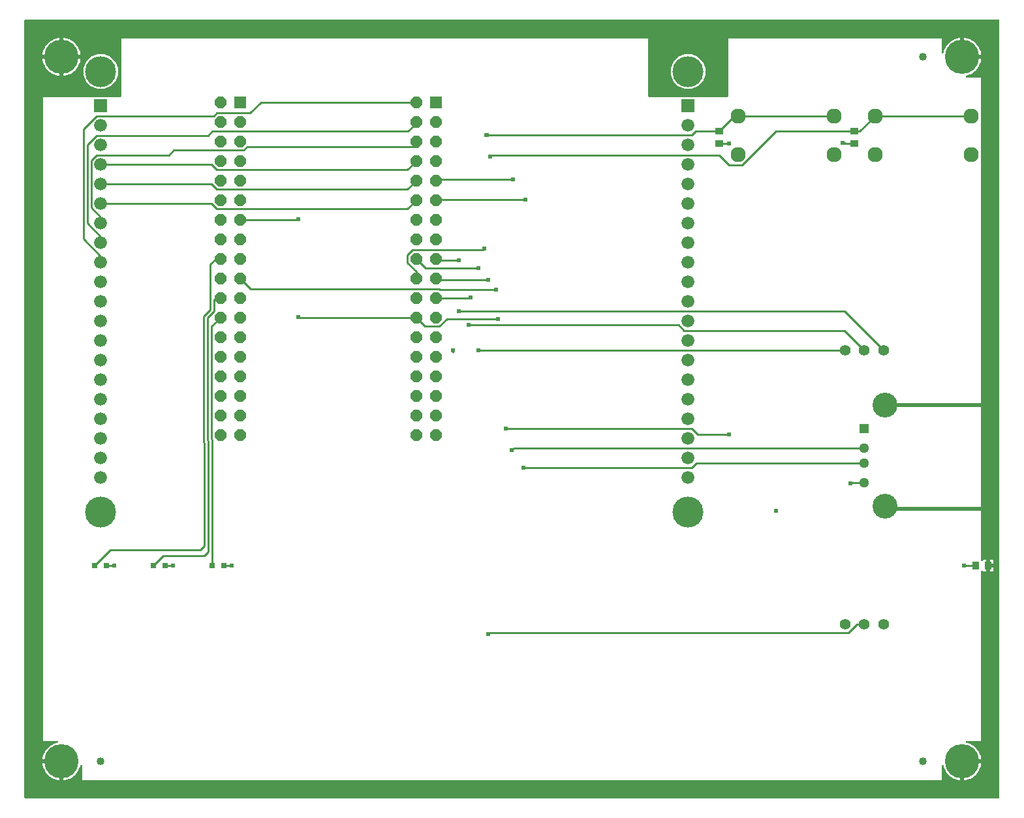
<source format=gbr>
G04 EAGLE Gerber RS-274X export*
G75*
%MOMM*%
%FSLAX34Y34*%
%LPD*%
%INTop Copper*%
%IPPOS*%
%AMOC8*
5,1,8,0,0,1.08239X$1,22.5*%
G01*
%ADD10R,0.800000X0.800000*%
%ADD11C,1.016000*%
%ADD12R,1.288000X1.288000*%
%ADD13C,1.288000*%
%ADD14C,3.220000*%
%ADD15R,1.676400X1.676400*%
%ADD16C,1.676400*%
%ADD17C,4.016000*%
%ADD18C,4.445000*%
%ADD19C,1.400000*%
%ADD20R,1.031241X0.949959*%
%ADD21R,0.949959X1.031241*%
%ADD22C,1.960000*%
%ADD23R,1.524000X1.524000*%
%ADD24P,1.649562X8X292.500000*%
%ADD25C,0.254000*%
%ADD26C,0.609600*%
%ADD27C,0.508000*%

G36*
X1267444Y1012308D02*
X1267444Y1012308D01*
X1267437Y1012427D01*
X1267424Y1012465D01*
X1267419Y1012506D01*
X1267376Y1012616D01*
X1267339Y1012729D01*
X1267317Y1012764D01*
X1267302Y1012801D01*
X1267233Y1012897D01*
X1267169Y1012998D01*
X1267139Y1013026D01*
X1267116Y1013059D01*
X1267024Y1013135D01*
X1266937Y1013216D01*
X1266902Y1013236D01*
X1266871Y1013261D01*
X1266763Y1013312D01*
X1266659Y1013370D01*
X1266619Y1013380D01*
X1266583Y1013397D01*
X1266466Y1013419D01*
X1266351Y1013449D01*
X1266291Y1013453D01*
X1266271Y1013457D01*
X1266250Y1013455D01*
X1266190Y1013459D01*
X3810Y1013459D01*
X3692Y1013444D01*
X3573Y1013437D01*
X3535Y1013424D01*
X3494Y1013419D01*
X3384Y1013376D01*
X3271Y1013339D01*
X3236Y1013317D01*
X3199Y1013302D01*
X3103Y1013233D01*
X3002Y1013169D01*
X2974Y1013139D01*
X2941Y1013116D01*
X2865Y1013024D01*
X2784Y1012937D01*
X2764Y1012902D01*
X2739Y1012871D01*
X2688Y1012763D01*
X2630Y1012659D01*
X2620Y1012619D01*
X2603Y1012583D01*
X2581Y1012466D01*
X2551Y1012351D01*
X2547Y1012291D01*
X2543Y1012271D01*
X2545Y1012250D01*
X2541Y1012190D01*
X2541Y3810D01*
X2556Y3692D01*
X2563Y3573D01*
X2576Y3535D01*
X2581Y3494D01*
X2624Y3384D01*
X2661Y3271D01*
X2683Y3236D01*
X2698Y3199D01*
X2767Y3103D01*
X2831Y3002D01*
X2861Y2974D01*
X2884Y2941D01*
X2976Y2865D01*
X3063Y2784D01*
X3098Y2764D01*
X3129Y2739D01*
X3237Y2688D01*
X3341Y2630D01*
X3381Y2620D01*
X3417Y2603D01*
X3534Y2581D01*
X3649Y2551D01*
X3709Y2547D01*
X3729Y2543D01*
X3750Y2545D01*
X3810Y2541D01*
X1266190Y2541D01*
X1266308Y2556D01*
X1266427Y2563D01*
X1266465Y2576D01*
X1266506Y2581D01*
X1266616Y2624D01*
X1266729Y2661D01*
X1266764Y2683D01*
X1266801Y2698D01*
X1266897Y2767D01*
X1266998Y2831D01*
X1267026Y2861D01*
X1267059Y2884D01*
X1267135Y2976D01*
X1267216Y3063D01*
X1267236Y3098D01*
X1267261Y3129D01*
X1267312Y3237D01*
X1267370Y3341D01*
X1267380Y3381D01*
X1267397Y3417D01*
X1267419Y3534D01*
X1267449Y3649D01*
X1267453Y3709D01*
X1267457Y3729D01*
X1267455Y3750D01*
X1267459Y3810D01*
X1267459Y1012190D01*
X1267444Y1012308D01*
G37*
%LPC*%
G36*
X127000Y913131D02*
X127000Y913131D01*
X127118Y913146D01*
X127237Y913153D01*
X127275Y913166D01*
X127316Y913171D01*
X127426Y913214D01*
X127539Y913251D01*
X127574Y913273D01*
X127611Y913288D01*
X127707Y913358D01*
X127808Y913421D01*
X127836Y913451D01*
X127869Y913474D01*
X127945Y913566D01*
X128026Y913653D01*
X128046Y913688D01*
X128071Y913719D01*
X128122Y913827D01*
X128180Y913931D01*
X128190Y913971D01*
X128207Y914007D01*
X128229Y914124D01*
X128259Y914239D01*
X128263Y914300D01*
X128267Y914320D01*
X128265Y914340D01*
X128269Y914400D01*
X128269Y989331D01*
X811531Y989331D01*
X811531Y914400D01*
X811546Y914282D01*
X811553Y914163D01*
X811566Y914125D01*
X811571Y914084D01*
X811614Y913974D01*
X811651Y913861D01*
X811673Y913826D01*
X811688Y913789D01*
X811758Y913693D01*
X811821Y913592D01*
X811851Y913564D01*
X811874Y913531D01*
X811966Y913456D01*
X812053Y913374D01*
X812088Y913354D01*
X812119Y913329D01*
X812227Y913278D01*
X812331Y913220D01*
X812371Y913210D01*
X812407Y913193D01*
X812524Y913171D01*
X812639Y913141D01*
X812700Y913137D01*
X812720Y913133D01*
X812740Y913135D01*
X812800Y913131D01*
X914400Y913131D01*
X914518Y913146D01*
X914637Y913153D01*
X914675Y913166D01*
X914716Y913171D01*
X914826Y913214D01*
X914939Y913251D01*
X914974Y913273D01*
X915011Y913288D01*
X915107Y913358D01*
X915208Y913421D01*
X915236Y913451D01*
X915269Y913474D01*
X915345Y913566D01*
X915426Y913653D01*
X915446Y913688D01*
X915471Y913719D01*
X915522Y913827D01*
X915580Y913931D01*
X915590Y913971D01*
X915607Y914007D01*
X915629Y914124D01*
X915659Y914239D01*
X915663Y914300D01*
X915667Y914320D01*
X915665Y914340D01*
X915669Y914400D01*
X915669Y989331D01*
X1192531Y989331D01*
X1192531Y970915D01*
X1192533Y970898D01*
X1192531Y970881D01*
X1192553Y970741D01*
X1192571Y970600D01*
X1192577Y970584D01*
X1192580Y970567D01*
X1192635Y970436D01*
X1192688Y970304D01*
X1192698Y970290D01*
X1192704Y970275D01*
X1192791Y970162D01*
X1192874Y970047D01*
X1192888Y970036D01*
X1192898Y970022D01*
X1193010Y969935D01*
X1193119Y969844D01*
X1193135Y969837D01*
X1193148Y969826D01*
X1193279Y969769D01*
X1193407Y969709D01*
X1193424Y969705D01*
X1193440Y969698D01*
X1193580Y969675D01*
X1193720Y969649D01*
X1193737Y969650D01*
X1193754Y969647D01*
X1193895Y969660D01*
X1194037Y969668D01*
X1194053Y969674D01*
X1194070Y969675D01*
X1194204Y969723D01*
X1194339Y969767D01*
X1194354Y969776D01*
X1194370Y969781D01*
X1194488Y969861D01*
X1194608Y969937D01*
X1194620Y969949D01*
X1194634Y969959D01*
X1194728Y970065D01*
X1194826Y970168D01*
X1194834Y970183D01*
X1194846Y970196D01*
X1194911Y970322D01*
X1194980Y970447D01*
X1194984Y970463D01*
X1194992Y970479D01*
X1195037Y970633D01*
X1195365Y972067D01*
X1196283Y974692D01*
X1197490Y977199D01*
X1198970Y979554D01*
X1200705Y981729D01*
X1202671Y983695D01*
X1204846Y985430D01*
X1207201Y986910D01*
X1209708Y988117D01*
X1212333Y989035D01*
X1215045Y989654D01*
X1216661Y989836D01*
X1216661Y966470D01*
X1216676Y966352D01*
X1216683Y966233D01*
X1216696Y966195D01*
X1216701Y966155D01*
X1216744Y966044D01*
X1216781Y965931D01*
X1216803Y965897D01*
X1216818Y965859D01*
X1216888Y965763D01*
X1216951Y965662D01*
X1216981Y965634D01*
X1217004Y965602D01*
X1217096Y965526D01*
X1217183Y965444D01*
X1217218Y965425D01*
X1217249Y965399D01*
X1217357Y965348D01*
X1217461Y965291D01*
X1217501Y965280D01*
X1217537Y965263D01*
X1217654Y965241D01*
X1217769Y965211D01*
X1217830Y965207D01*
X1217850Y965203D01*
X1217870Y965205D01*
X1217930Y965201D01*
X1219201Y965201D01*
X1219201Y963930D01*
X1219216Y963812D01*
X1219223Y963693D01*
X1219236Y963655D01*
X1219241Y963614D01*
X1219285Y963504D01*
X1219321Y963391D01*
X1219343Y963356D01*
X1219358Y963319D01*
X1219428Y963223D01*
X1219491Y963122D01*
X1219521Y963094D01*
X1219545Y963061D01*
X1219636Y962986D01*
X1219723Y962904D01*
X1219758Y962884D01*
X1219790Y962859D01*
X1219897Y962808D01*
X1220002Y962750D01*
X1220041Y962740D01*
X1220077Y962723D01*
X1220194Y962701D01*
X1220309Y962671D01*
X1220370Y962667D01*
X1220390Y962663D01*
X1220410Y962665D01*
X1220470Y962661D01*
X1243836Y962661D01*
X1243654Y961045D01*
X1243035Y958333D01*
X1242117Y955708D01*
X1240910Y953201D01*
X1239430Y950846D01*
X1237695Y948671D01*
X1235729Y946705D01*
X1233554Y944970D01*
X1231199Y943490D01*
X1228692Y942283D01*
X1226067Y941365D01*
X1224633Y941037D01*
X1224617Y941032D01*
X1224600Y941029D01*
X1224468Y940977D01*
X1224334Y940928D01*
X1224320Y940919D01*
X1224304Y940912D01*
X1224189Y940829D01*
X1224072Y940749D01*
X1224061Y940736D01*
X1224047Y940726D01*
X1223956Y940616D01*
X1223863Y940509D01*
X1223855Y940494D01*
X1223844Y940481D01*
X1223784Y940352D01*
X1223719Y940225D01*
X1223716Y940208D01*
X1223709Y940193D01*
X1223682Y940053D01*
X1223651Y939914D01*
X1223652Y939897D01*
X1223649Y939881D01*
X1223658Y939738D01*
X1223663Y939597D01*
X1223667Y939580D01*
X1223668Y939563D01*
X1223712Y939428D01*
X1223752Y939292D01*
X1223761Y939277D01*
X1223767Y939261D01*
X1223842Y939141D01*
X1223915Y939018D01*
X1223928Y939006D01*
X1223937Y938992D01*
X1224040Y938894D01*
X1224141Y938794D01*
X1224156Y938786D01*
X1224168Y938774D01*
X1224293Y938705D01*
X1224415Y938633D01*
X1224432Y938629D01*
X1224447Y938620D01*
X1224584Y938585D01*
X1224721Y938546D01*
X1224738Y938545D01*
X1224755Y938541D01*
X1224915Y938531D01*
X1243331Y938531D01*
X1243331Y312093D01*
X1243343Y311995D01*
X1243346Y311896D01*
X1243363Y311838D01*
X1243371Y311778D01*
X1243407Y311686D01*
X1243434Y311591D01*
X1243465Y311538D01*
X1243488Y311482D01*
X1243546Y311402D01*
X1243596Y311317D01*
X1243663Y311241D01*
X1243674Y311225D01*
X1243684Y311217D01*
X1243702Y311196D01*
X1243757Y311142D01*
X1243856Y311064D01*
X1243951Y310982D01*
X1243981Y310967D01*
X1244008Y310947D01*
X1244123Y310897D01*
X1244236Y310840D01*
X1244269Y310833D01*
X1244300Y310820D01*
X1244424Y310800D01*
X1244547Y310774D01*
X1244581Y310775D01*
X1244614Y310770D01*
X1244739Y310782D01*
X1244865Y310787D01*
X1244897Y310797D01*
X1244930Y310800D01*
X1245049Y310843D01*
X1245169Y310879D01*
X1245198Y310896D01*
X1245230Y310907D01*
X1245334Y310978D01*
X1245442Y311043D01*
X1245465Y311067D01*
X1245493Y311086D01*
X1245576Y311180D01*
X1245664Y311270D01*
X1245691Y311311D01*
X1245703Y311324D01*
X1245713Y311344D01*
X1245753Y311404D01*
X1245818Y311516D01*
X1246291Y311989D01*
X1246870Y312324D01*
X1247517Y312497D01*
X1250227Y312497D01*
X1250227Y305905D01*
X1250242Y305787D01*
X1250249Y305668D01*
X1250262Y305630D01*
X1250267Y305590D01*
X1250311Y305479D01*
X1250347Y305366D01*
X1250369Y305331D01*
X1250384Y305294D01*
X1250454Y305198D01*
X1250517Y305097D01*
X1250547Y305069D01*
X1250571Y305037D01*
X1250662Y304961D01*
X1250749Y304879D01*
X1250784Y304860D01*
X1250816Y304834D01*
X1250880Y304804D01*
X1250789Y304737D01*
X1250688Y304674D01*
X1250660Y304644D01*
X1250628Y304620D01*
X1250552Y304529D01*
X1250470Y304442D01*
X1250451Y304407D01*
X1250425Y304375D01*
X1250374Y304268D01*
X1250317Y304164D01*
X1250306Y304124D01*
X1250289Y304088D01*
X1250267Y303971D01*
X1250237Y303856D01*
X1250233Y303795D01*
X1250229Y303775D01*
X1250231Y303755D01*
X1250227Y303695D01*
X1250227Y297103D01*
X1247517Y297103D01*
X1246870Y297276D01*
X1246291Y297611D01*
X1245818Y298084D01*
X1245753Y298196D01*
X1245678Y298296D01*
X1245607Y298400D01*
X1245581Y298422D01*
X1245561Y298449D01*
X1245463Y298527D01*
X1245368Y298611D01*
X1245338Y298626D01*
X1245312Y298647D01*
X1245197Y298698D01*
X1245085Y298755D01*
X1245052Y298762D01*
X1245022Y298776D01*
X1244897Y298797D01*
X1244775Y298825D01*
X1244741Y298824D01*
X1244708Y298829D01*
X1244582Y298819D01*
X1244457Y298815D01*
X1244424Y298806D01*
X1244391Y298803D01*
X1244272Y298762D01*
X1244151Y298726D01*
X1244122Y298709D01*
X1244091Y298698D01*
X1243985Y298629D01*
X1243877Y298565D01*
X1243841Y298533D01*
X1243826Y298523D01*
X1243811Y298507D01*
X1243757Y298458D01*
X1243702Y298404D01*
X1243642Y298326D01*
X1243574Y298254D01*
X1243545Y298201D01*
X1243507Y298153D01*
X1243468Y298062D01*
X1243420Y297976D01*
X1243405Y297917D01*
X1243381Y297861D01*
X1243366Y297763D01*
X1243341Y297668D01*
X1243335Y297567D01*
X1243331Y297547D01*
X1243333Y297535D01*
X1243331Y297507D01*
X1243331Y77469D01*
X1224915Y77469D01*
X1224898Y77467D01*
X1224881Y77469D01*
X1224741Y77447D01*
X1224600Y77429D01*
X1224584Y77423D01*
X1224567Y77421D01*
X1224436Y77365D01*
X1224304Y77312D01*
X1224290Y77302D01*
X1224275Y77296D01*
X1224162Y77209D01*
X1224047Y77126D01*
X1224036Y77112D01*
X1224022Y77102D01*
X1223935Y76990D01*
X1223844Y76881D01*
X1223837Y76865D01*
X1223826Y76852D01*
X1223769Y76721D01*
X1223709Y76593D01*
X1223705Y76576D01*
X1223698Y76560D01*
X1223675Y76419D01*
X1223649Y76281D01*
X1223650Y76263D01*
X1223647Y76247D01*
X1223660Y76104D01*
X1223669Y75963D01*
X1223674Y75947D01*
X1223675Y75930D01*
X1223723Y75795D01*
X1223767Y75661D01*
X1223776Y75646D01*
X1223781Y75630D01*
X1223861Y75512D01*
X1223937Y75392D01*
X1223949Y75380D01*
X1223959Y75366D01*
X1224064Y75272D01*
X1224168Y75174D01*
X1224183Y75166D01*
X1224196Y75154D01*
X1224322Y75089D01*
X1224447Y75020D01*
X1224463Y75016D01*
X1224479Y75008D01*
X1224633Y74963D01*
X1226067Y74635D01*
X1228692Y73717D01*
X1231199Y72510D01*
X1233554Y71030D01*
X1235729Y69295D01*
X1237695Y67329D01*
X1239430Y65154D01*
X1240910Y62799D01*
X1242117Y60292D01*
X1243035Y57667D01*
X1243654Y54955D01*
X1243836Y53339D01*
X1220470Y53339D01*
X1220352Y53324D01*
X1220233Y53317D01*
X1220195Y53304D01*
X1220155Y53299D01*
X1220044Y53256D01*
X1219931Y53219D01*
X1219897Y53197D01*
X1219859Y53182D01*
X1219763Y53112D01*
X1219662Y53049D01*
X1219634Y53019D01*
X1219602Y52995D01*
X1219526Y52904D01*
X1219444Y52817D01*
X1219425Y52782D01*
X1219399Y52751D01*
X1219348Y52643D01*
X1219291Y52539D01*
X1219280Y52499D01*
X1219263Y52463D01*
X1219241Y52346D01*
X1219211Y52231D01*
X1219207Y52170D01*
X1219203Y52150D01*
X1219205Y52130D01*
X1219205Y52128D01*
X1219203Y52122D01*
X1219204Y52116D01*
X1219201Y52070D01*
X1219201Y50799D01*
X1217930Y50799D01*
X1217812Y50784D01*
X1217693Y50777D01*
X1217655Y50764D01*
X1217614Y50759D01*
X1217504Y50715D01*
X1217391Y50679D01*
X1217356Y50657D01*
X1217319Y50642D01*
X1217223Y50572D01*
X1217122Y50509D01*
X1217094Y50479D01*
X1217061Y50455D01*
X1216986Y50364D01*
X1216904Y50277D01*
X1216884Y50242D01*
X1216859Y50210D01*
X1216808Y50103D01*
X1216750Y49998D01*
X1216740Y49959D01*
X1216723Y49923D01*
X1216701Y49806D01*
X1216671Y49691D01*
X1216667Y49630D01*
X1216663Y49610D01*
X1216665Y49590D01*
X1216663Y49583D01*
X1216664Y49577D01*
X1216661Y49530D01*
X1216661Y26164D01*
X1215045Y26346D01*
X1212333Y26965D01*
X1209708Y27883D01*
X1207201Y29090D01*
X1204846Y30570D01*
X1202671Y32305D01*
X1200705Y34271D01*
X1198970Y36446D01*
X1197490Y38801D01*
X1196283Y41308D01*
X1195365Y43933D01*
X1195037Y45367D01*
X1195032Y45383D01*
X1195029Y45400D01*
X1194977Y45532D01*
X1194928Y45666D01*
X1194919Y45680D01*
X1194912Y45696D01*
X1194829Y45811D01*
X1194749Y45928D01*
X1194736Y45939D01*
X1194726Y45953D01*
X1194616Y46044D01*
X1194509Y46137D01*
X1194494Y46145D01*
X1194481Y46156D01*
X1194352Y46216D01*
X1194225Y46281D01*
X1194208Y46284D01*
X1194193Y46291D01*
X1194053Y46318D01*
X1193914Y46349D01*
X1193897Y46348D01*
X1193881Y46351D01*
X1193738Y46342D01*
X1193597Y46337D01*
X1193580Y46333D01*
X1193563Y46332D01*
X1193428Y46288D01*
X1193292Y46248D01*
X1193277Y46239D01*
X1193261Y46233D01*
X1193141Y46158D01*
X1193018Y46085D01*
X1193006Y46072D01*
X1192992Y46063D01*
X1192894Y45960D01*
X1192794Y45859D01*
X1192786Y45844D01*
X1192774Y45832D01*
X1192705Y45707D01*
X1192633Y45585D01*
X1192629Y45568D01*
X1192620Y45553D01*
X1192585Y45416D01*
X1192546Y45279D01*
X1192545Y45262D01*
X1192541Y45245D01*
X1192531Y45085D01*
X1192531Y26669D01*
X77469Y26669D01*
X77469Y45085D01*
X77467Y45102D01*
X77469Y45119D01*
X77447Y45259D01*
X77429Y45400D01*
X77423Y45416D01*
X77421Y45433D01*
X77365Y45564D01*
X77312Y45696D01*
X77302Y45710D01*
X77296Y45725D01*
X77209Y45838D01*
X77126Y45953D01*
X77112Y45964D01*
X77102Y45978D01*
X76990Y46065D01*
X76881Y46156D01*
X76865Y46163D01*
X76852Y46174D01*
X76721Y46231D01*
X76593Y46291D01*
X76576Y46295D01*
X76560Y46302D01*
X76419Y46325D01*
X76281Y46351D01*
X76263Y46350D01*
X76247Y46353D01*
X76104Y46340D01*
X75963Y46331D01*
X75947Y46326D01*
X75930Y46325D01*
X75795Y46277D01*
X75661Y46233D01*
X75646Y46224D01*
X75630Y46219D01*
X75512Y46139D01*
X75392Y46063D01*
X75380Y46051D01*
X75366Y46041D01*
X75272Y45936D01*
X75174Y45832D01*
X75166Y45817D01*
X75154Y45804D01*
X75089Y45678D01*
X75020Y45553D01*
X75016Y45537D01*
X75008Y45521D01*
X74963Y45367D01*
X74635Y43933D01*
X73717Y41308D01*
X72510Y38801D01*
X71030Y36446D01*
X69295Y34271D01*
X67329Y32305D01*
X65154Y30570D01*
X62799Y29090D01*
X60292Y27883D01*
X57667Y26965D01*
X54955Y26346D01*
X53339Y26164D01*
X53339Y49530D01*
X53324Y49648D01*
X53317Y49767D01*
X53304Y49805D01*
X53299Y49845D01*
X53256Y49956D01*
X53219Y50069D01*
X53197Y50103D01*
X53182Y50141D01*
X53112Y50237D01*
X53049Y50338D01*
X53019Y50366D01*
X52995Y50398D01*
X52904Y50474D01*
X52817Y50556D01*
X52782Y50575D01*
X52751Y50601D01*
X52643Y50652D01*
X52539Y50709D01*
X52499Y50720D01*
X52463Y50737D01*
X52346Y50759D01*
X52231Y50789D01*
X52170Y50793D01*
X52150Y50797D01*
X52130Y50795D01*
X52070Y50799D01*
X50799Y50799D01*
X50799Y52070D01*
X50784Y52188D01*
X50777Y52307D01*
X50764Y52345D01*
X50759Y52385D01*
X50715Y52496D01*
X50679Y52609D01*
X50657Y52644D01*
X50642Y52681D01*
X50572Y52777D01*
X50509Y52878D01*
X50479Y52906D01*
X50455Y52939D01*
X50364Y53014D01*
X50277Y53096D01*
X50242Y53116D01*
X50210Y53141D01*
X50103Y53192D01*
X49998Y53250D01*
X49959Y53260D01*
X49923Y53277D01*
X49806Y53299D01*
X49691Y53329D01*
X49630Y53333D01*
X49610Y53337D01*
X49590Y53335D01*
X49530Y53339D01*
X26164Y53339D01*
X26346Y54955D01*
X26965Y57667D01*
X27883Y60292D01*
X29090Y62799D01*
X30570Y65154D01*
X32305Y67329D01*
X34271Y69295D01*
X36446Y71030D01*
X38801Y72510D01*
X41308Y73717D01*
X43933Y74635D01*
X45367Y74963D01*
X45383Y74968D01*
X45400Y74971D01*
X45532Y75023D01*
X45666Y75072D01*
X45680Y75081D01*
X45696Y75088D01*
X45811Y75171D01*
X45928Y75252D01*
X45939Y75264D01*
X45953Y75274D01*
X46044Y75384D01*
X46137Y75491D01*
X46145Y75506D01*
X46156Y75519D01*
X46216Y75648D01*
X46280Y75775D01*
X46284Y75792D01*
X46291Y75807D01*
X46318Y75946D01*
X46349Y76086D01*
X46348Y76103D01*
X46351Y76120D01*
X46342Y76261D01*
X46337Y76403D01*
X46333Y76420D01*
X46331Y76437D01*
X46288Y76572D01*
X46248Y76708D01*
X46239Y76723D01*
X46233Y76739D01*
X46158Y76859D01*
X46085Y76982D01*
X46072Y76994D01*
X46063Y77008D01*
X45960Y77106D01*
X45859Y77206D01*
X45844Y77214D01*
X45832Y77226D01*
X45708Y77294D01*
X45585Y77367D01*
X45568Y77371D01*
X45553Y77380D01*
X45416Y77415D01*
X45279Y77454D01*
X45262Y77455D01*
X45245Y77459D01*
X45085Y77469D01*
X26669Y77469D01*
X26669Y913131D01*
X127000Y913131D01*
G37*
%LPD*%
%LPC*%
G36*
X859100Y923529D02*
X859100Y923529D01*
X850786Y926973D01*
X844423Y933336D01*
X840979Y941650D01*
X840979Y950650D01*
X844423Y958964D01*
X850786Y965327D01*
X859100Y968771D01*
X868100Y968771D01*
X876414Y965327D01*
X882777Y958964D01*
X886221Y950650D01*
X886221Y941650D01*
X882777Y933336D01*
X876414Y926973D01*
X868100Y923529D01*
X859100Y923529D01*
G37*
%LPD*%
%LPC*%
G36*
X97100Y923529D02*
X97100Y923529D01*
X88786Y926973D01*
X82423Y933336D01*
X78979Y941650D01*
X78979Y950650D01*
X82423Y958964D01*
X88786Y965327D01*
X97100Y968771D01*
X106100Y968771D01*
X114414Y965327D01*
X120777Y958964D01*
X124221Y950650D01*
X124221Y941650D01*
X120777Y933336D01*
X114414Y926973D01*
X106100Y923529D01*
X97100Y923529D01*
G37*
%LPD*%
%LPC*%
G36*
X53339Y967739D02*
X53339Y967739D01*
X53339Y989836D01*
X54955Y989654D01*
X57667Y989035D01*
X60292Y988117D01*
X62799Y986910D01*
X65154Y985430D01*
X67329Y983695D01*
X69295Y981729D01*
X71030Y979554D01*
X72510Y977199D01*
X73717Y974692D01*
X74635Y972067D01*
X75254Y969355D01*
X75436Y967739D01*
X53339Y967739D01*
G37*
%LPD*%
%LPC*%
G36*
X1221739Y967739D02*
X1221739Y967739D01*
X1221739Y989836D01*
X1223355Y989654D01*
X1226067Y989035D01*
X1228692Y988117D01*
X1231199Y986910D01*
X1233554Y985430D01*
X1235729Y983695D01*
X1237695Y981729D01*
X1239430Y979554D01*
X1240910Y977199D01*
X1242117Y974692D01*
X1243035Y972067D01*
X1243654Y969355D01*
X1243836Y967739D01*
X1221739Y967739D01*
G37*
%LPD*%
%LPC*%
G36*
X26164Y967739D02*
X26164Y967739D01*
X26346Y969355D01*
X26965Y972067D01*
X27883Y974692D01*
X29090Y977199D01*
X30570Y979554D01*
X32305Y981729D01*
X34271Y983695D01*
X36446Y985430D01*
X38801Y986910D01*
X41308Y988117D01*
X43933Y989035D01*
X46645Y989654D01*
X48261Y989836D01*
X48261Y967739D01*
X26164Y967739D01*
G37*
%LPD*%
%LPC*%
G36*
X53339Y962661D02*
X53339Y962661D01*
X75436Y962661D01*
X75254Y961045D01*
X74635Y958333D01*
X73717Y955708D01*
X72510Y953201D01*
X71030Y950846D01*
X69295Y948671D01*
X67329Y946705D01*
X65154Y944970D01*
X62799Y943490D01*
X60292Y942283D01*
X57667Y941365D01*
X54955Y940746D01*
X53339Y940564D01*
X53339Y962661D01*
G37*
%LPD*%
%LPC*%
G36*
X1221739Y48261D02*
X1221739Y48261D01*
X1243836Y48261D01*
X1243654Y46645D01*
X1243035Y43933D01*
X1242117Y41308D01*
X1240910Y38801D01*
X1239430Y36446D01*
X1237695Y34271D01*
X1235729Y32305D01*
X1233554Y30570D01*
X1231199Y29090D01*
X1228692Y27883D01*
X1226067Y26965D01*
X1223355Y26346D01*
X1221739Y26164D01*
X1221739Y48261D01*
G37*
%LPD*%
%LPC*%
G36*
X46645Y940746D02*
X46645Y940746D01*
X43933Y941365D01*
X41308Y942283D01*
X38801Y943490D01*
X36446Y944970D01*
X34271Y946705D01*
X32305Y948671D01*
X30570Y950846D01*
X29090Y953201D01*
X27883Y955708D01*
X26965Y958333D01*
X26346Y961045D01*
X26164Y962661D01*
X48261Y962661D01*
X48261Y940564D01*
X46645Y940746D01*
G37*
%LPD*%
%LPC*%
G36*
X46645Y26346D02*
X46645Y26346D01*
X43933Y26965D01*
X41308Y27883D01*
X38801Y29090D01*
X36446Y30570D01*
X34271Y32305D01*
X32305Y34271D01*
X30570Y36446D01*
X29090Y38801D01*
X27883Y41308D01*
X26965Y43933D01*
X26346Y46645D01*
X26164Y48261D01*
X48261Y48261D01*
X48261Y26164D01*
X46645Y26346D01*
G37*
%LPD*%
%LPC*%
G36*
X1254975Y307174D02*
X1254975Y307174D01*
X1254975Y312497D01*
X1257685Y312497D01*
X1258332Y312324D01*
X1258911Y311989D01*
X1259384Y311516D01*
X1259718Y310937D01*
X1259892Y310291D01*
X1259892Y307174D01*
X1254975Y307174D01*
G37*
%LPD*%
%LPC*%
G36*
X1254975Y297103D02*
X1254975Y297103D01*
X1254975Y302426D01*
X1259891Y302426D01*
X1259892Y299309D01*
X1259718Y298663D01*
X1259384Y298084D01*
X1258911Y297611D01*
X1258332Y297276D01*
X1257685Y297103D01*
X1254975Y297103D01*
G37*
%LPD*%
%LPC*%
G36*
X50799Y965199D02*
X50799Y965199D01*
X50799Y965201D01*
X50801Y965201D01*
X50801Y965199D01*
X50799Y965199D01*
G37*
%LPD*%
D10*
X246500Y304800D03*
X261500Y304800D03*
X170300Y304800D03*
X185300Y304800D03*
X94100Y304800D03*
X109100Y304800D03*
D11*
X1168400Y965200D03*
X1168400Y50800D03*
X101600Y50800D03*
D12*
X1092200Y482600D03*
D13*
X1092200Y457600D03*
X1092200Y437600D03*
X1092200Y412600D03*
D14*
X1119300Y513300D03*
X1119300Y381900D03*
D15*
X863600Y901700D03*
D16*
X863600Y876300D03*
X863600Y850900D03*
X863600Y825500D03*
X863600Y800100D03*
X863600Y774700D03*
X863600Y749300D03*
X863600Y723900D03*
X863600Y698500D03*
X863600Y673100D03*
X863600Y647700D03*
X863600Y622300D03*
X863600Y596900D03*
X863600Y571500D03*
X863600Y546100D03*
X863600Y520700D03*
X863600Y495300D03*
X863600Y469900D03*
X863600Y444500D03*
X863600Y419100D03*
D15*
X101600Y901700D03*
D16*
X101600Y876300D03*
X101600Y850900D03*
X101600Y825500D03*
X101600Y800100D03*
X101600Y774700D03*
X101600Y749300D03*
X101600Y723900D03*
X101600Y698500D03*
X101600Y673100D03*
X101600Y647700D03*
X101600Y622300D03*
X101600Y596900D03*
X101600Y571500D03*
X101600Y546100D03*
X101600Y520700D03*
X101600Y495300D03*
X101600Y469900D03*
X101600Y444500D03*
X101600Y419100D03*
D17*
X101600Y946150D03*
X101600Y374650D03*
X863600Y946150D03*
X863600Y374650D03*
D18*
X1219200Y965200D03*
X1219200Y50800D03*
X50800Y50800D03*
X50800Y965200D03*
D19*
X1067200Y584200D03*
X1092200Y584200D03*
X1117200Y584200D03*
X1067200Y228600D03*
X1092200Y228600D03*
X1117200Y228600D03*
D20*
X904240Y869061D03*
X904240Y853059D03*
X1079500Y869061D03*
X1079500Y853059D03*
D21*
X1236599Y304800D03*
X1252601Y304800D03*
D22*
X1053100Y888600D03*
X1053100Y838600D03*
X928100Y838600D03*
X928100Y888600D03*
X1230900Y888600D03*
X1230900Y838600D03*
X1105900Y838600D03*
X1105900Y888600D03*
D23*
X536200Y906100D03*
D24*
X510800Y906100D03*
X536200Y880700D03*
X510800Y880700D03*
X536200Y855300D03*
X510800Y855300D03*
X536200Y829900D03*
X510800Y829900D03*
X536200Y804500D03*
X510800Y804500D03*
X536200Y779100D03*
X510800Y779100D03*
X536200Y753700D03*
X510800Y753700D03*
X536200Y728300D03*
X510800Y728300D03*
X536200Y702900D03*
X510800Y702900D03*
X536200Y677500D03*
X510800Y677500D03*
X536200Y652100D03*
X510800Y652100D03*
X536200Y626700D03*
X510800Y626700D03*
X536200Y601300D03*
X510800Y601300D03*
X536200Y575900D03*
X510800Y575900D03*
X536200Y550500D03*
X510800Y550500D03*
X536200Y525100D03*
X510800Y525100D03*
X536200Y499700D03*
X510800Y499700D03*
X536200Y474300D03*
X510800Y474300D03*
D23*
X282200Y906100D03*
D24*
X256800Y906100D03*
X282200Y880700D03*
X256800Y880700D03*
X282200Y855300D03*
X256800Y855300D03*
X282200Y829900D03*
X256800Y829900D03*
X282200Y804500D03*
X256800Y804500D03*
X282200Y779100D03*
X256800Y779100D03*
X282200Y753700D03*
X256800Y753700D03*
X282200Y728300D03*
X256800Y728300D03*
X282200Y702900D03*
X256800Y702900D03*
X282200Y677500D03*
X256800Y677500D03*
X282200Y652100D03*
X256800Y652100D03*
X282200Y626700D03*
X256800Y626700D03*
X282200Y601300D03*
X256800Y601300D03*
X282200Y575900D03*
X256800Y575900D03*
X282200Y550500D03*
X256800Y550500D03*
X282200Y525100D03*
X256800Y525100D03*
X282200Y499700D03*
X256800Y499700D03*
X282200Y474300D03*
X256800Y474300D03*
D25*
X245036Y825500D02*
X101600Y825500D01*
X245036Y825500D02*
X252066Y818470D01*
X499370Y818470D01*
X510800Y829900D01*
X245036Y800100D02*
X101600Y800100D01*
X245036Y800100D02*
X252066Y793070D01*
X499370Y793070D01*
X510800Y804500D01*
X245036Y774700D02*
X101600Y774700D01*
X245036Y774700D02*
X252066Y767670D01*
X499370Y767670D01*
X510800Y779100D01*
X96550Y837692D02*
X89408Y830550D01*
X286935Y843870D02*
X291425Y848360D01*
X513080Y848360D01*
X196170Y843870D02*
X189992Y837692D01*
X96550Y837692D01*
X196170Y843870D02*
X286935Y843870D01*
X101600Y757458D02*
X101600Y749300D01*
X101600Y757458D02*
X89408Y769650D01*
X89408Y830550D01*
X513080Y848360D02*
X513080Y853020D01*
X510800Y855300D01*
X500380Y868680D02*
X246380Y868680D01*
X84328Y850870D02*
X84328Y749330D01*
X84328Y850870D02*
X96550Y863092D01*
X240792Y863092D02*
X246380Y868680D01*
X240792Y863092D02*
X96550Y863092D01*
X101600Y732058D02*
X101600Y723900D01*
X101600Y732058D02*
X84328Y749330D01*
X500380Y868680D02*
X510800Y879100D01*
X510800Y880700D01*
X510800Y906100D02*
X309200Y906100D01*
X295230Y892130D01*
X252066Y892130D02*
X248428Y888492D01*
X96550Y888492D01*
X79248Y871190D02*
X79248Y729010D01*
X79248Y871190D02*
X96550Y888492D01*
X252066Y892130D02*
X295230Y892130D01*
X101600Y706658D02*
X101600Y698500D01*
X101600Y706658D02*
X79248Y729010D01*
X873942Y437600D02*
X1092200Y437600D01*
X868142Y431800D02*
X650240Y431800D01*
X868142Y431800D02*
X873942Y437600D01*
D26*
X650240Y431800D03*
X650240Y431800D03*
X650240Y431800D03*
X652780Y779780D03*
D25*
X536880Y779780D01*
X536200Y779100D01*
X1066400Y635000D02*
X1117200Y584200D01*
X1066400Y635000D02*
X566420Y635000D01*
D26*
X566420Y635000D03*
X566420Y635000D03*
X566420Y635000D03*
X566420Y701040D03*
D25*
X538060Y701040D01*
X536200Y702900D01*
X1082488Y228600D02*
X1092200Y228600D01*
X1082488Y228600D02*
X1071678Y217790D01*
X606410Y217790D02*
X604520Y215900D01*
X606410Y217790D02*
X1071678Y217790D01*
D26*
X604520Y215900D03*
X604520Y215900D03*
X604520Y215900D03*
X604520Y675640D03*
D25*
X538060Y675640D01*
X536200Y677500D01*
X851438Y617220D02*
X858550Y610108D01*
X851438Y617220D02*
X579120Y617220D01*
X858550Y610108D02*
X1066292Y610108D01*
D26*
X579120Y617220D03*
X579120Y617220D03*
X579120Y617220D03*
X581660Y652780D03*
D25*
X580980Y652100D01*
X536200Y652100D01*
X1066292Y610108D02*
X1092200Y584200D01*
X558800Y584200D02*
X558800Y581660D01*
D26*
X558800Y584200D03*
X558800Y584200D03*
X558800Y584200D03*
D25*
X591820Y584200D02*
X1067200Y584200D01*
D26*
X591820Y584200D03*
X591820Y584200D03*
X591820Y584200D03*
X591820Y690880D03*
D25*
X522820Y690880D01*
X510800Y702900D01*
X1067181Y853059D02*
X1079500Y853059D01*
X1067181Y853059D02*
X1066800Y853440D01*
X1064260Y853440D01*
D26*
X1064260Y853440D03*
D25*
X916559Y853059D02*
X904240Y853059D01*
X916559Y853059D02*
X916940Y853440D01*
D26*
X916559Y853059D03*
D25*
X119380Y304800D02*
X109100Y304800D01*
D26*
X119380Y304800D03*
D25*
X185300Y304800D02*
X195580Y304800D01*
D26*
X195580Y304800D03*
D25*
X261500Y304800D02*
X271780Y304800D01*
D26*
X271780Y304800D03*
X977900Y375920D03*
D25*
X1075540Y412600D02*
X1092200Y412600D01*
X1075540Y412600D02*
X1074420Y411480D01*
D26*
X1074420Y411480D03*
D25*
X1221740Y304800D02*
X1236599Y304800D01*
D26*
X1221740Y304800D03*
D25*
X1230900Y888600D02*
X1105900Y888600D01*
X1086361Y869061D01*
X1079500Y869061D01*
X933738Y824990D02*
X917015Y824990D01*
X977809Y869061D02*
X1079500Y869061D01*
X917015Y824990D02*
X904313Y837692D01*
X609092Y837692D01*
X607060Y835660D01*
X933738Y824990D02*
X977809Y869061D01*
D26*
X607060Y835660D03*
X607060Y835660D03*
X607060Y835660D03*
X614680Y662940D03*
D25*
X541525Y662940D01*
X540935Y663530D01*
X296170Y663530D02*
X282200Y677500D01*
X296170Y663530D02*
X540935Y663530D01*
D26*
X916940Y474980D03*
D25*
X875762Y474980D01*
D26*
X617220Y624840D03*
D25*
X550505Y624840D01*
X540935Y615270D01*
X522230Y615270D01*
X510800Y626700D01*
X358820Y626700D01*
X358140Y627380D01*
D26*
X358140Y627380D03*
X358140Y627380D03*
X358140Y627380D03*
X358140Y754380D03*
D25*
X357460Y753700D01*
X282200Y753700D01*
X627380Y482600D02*
X868142Y482600D01*
D26*
X627380Y482600D03*
X627380Y482600D03*
X627380Y482600D03*
D25*
X868142Y482600D02*
X875762Y474980D01*
X928100Y888600D02*
X1053100Y888600D01*
X928100Y888600D02*
X923779Y888600D01*
X904240Y869061D01*
X873603Y869061D01*
X868650Y864108D01*
X602488Y864108D01*
D26*
X602488Y864108D03*
X601980Y863600D03*
X601980Y863600D03*
X599440Y716280D03*
D25*
X506066Y714330D02*
X499370Y707635D01*
X499370Y698166D01*
X597490Y714330D02*
X599440Y716280D01*
X510800Y686736D02*
X499370Y698166D01*
X510800Y686736D02*
X510800Y677500D01*
X506066Y714330D02*
X597490Y714330D01*
X246500Y468436D02*
X246500Y304800D01*
X246500Y468436D02*
X245370Y469566D01*
X245370Y615270D01*
X256800Y626700D01*
X183000Y317500D02*
X170300Y304800D01*
X248920Y634985D02*
X248920Y650240D01*
X240290Y467461D02*
X240846Y466906D01*
X240290Y467461D02*
X240290Y626355D01*
X248920Y634985D01*
X248920Y650240D02*
X250780Y652100D01*
X256800Y652100D01*
X236220Y317500D02*
X183000Y317500D01*
X241300Y466451D02*
X240846Y466906D01*
X241300Y322580D02*
X236220Y317500D01*
X241300Y322580D02*
X241300Y466451D01*
X114420Y325120D02*
X94100Y304800D01*
X236220Y464347D02*
X235210Y465357D01*
X243840Y637089D02*
X243840Y695960D01*
X235210Y628459D02*
X235210Y465357D01*
X235210Y628459D02*
X243840Y637089D01*
X243840Y695960D02*
X250780Y702900D01*
X256800Y702900D01*
X231140Y325120D02*
X114420Y325120D01*
X231140Y325120D02*
X236220Y330200D01*
X236220Y464347D01*
X637940Y457600D02*
X1092200Y457600D01*
X637940Y457600D02*
X635000Y454660D01*
D26*
X635000Y454660D03*
X635000Y454660D03*
X635000Y454660D03*
X636270Y806450D03*
D25*
X538150Y806450D01*
X536200Y804500D01*
D27*
X1119300Y381900D02*
X1122740Y378460D01*
X1257300Y378460D01*
X1257080Y513300D02*
X1119300Y513300D01*
X1257080Y513300D02*
X1257300Y513080D01*
M02*

</source>
